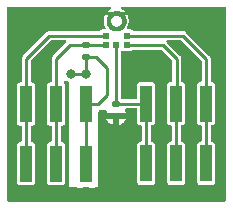
<source format=gtl>
G04 #@! TF.GenerationSoftware,KiCad,Pcbnew,7.0.4*
G04 #@! TF.CreationDate,2023-08-12T11:29:38+02:00*
G04 #@! TF.ProjectId,NB3_ear,4e42335f-6561-4722-9e6b-696361645f70,0.0.1*
G04 #@! TF.SameCoordinates,PX868b5c0PY6ee3738*
G04 #@! TF.FileFunction,Copper,L1,Top*
G04 #@! TF.FilePolarity,Positive*
%FSLAX46Y46*%
G04 Gerber Fmt 4.6, Leading zero omitted, Abs format (unit mm)*
G04 Created by KiCad (PCBNEW 7.0.4) date 2023-08-12 11:29:38*
%MOMM*%
%LPD*%
G01*
G04 APERTURE LIST*
G04 Aperture macros list*
%AMRoundRect*
0 Rectangle with rounded corners*
0 $1 Rounding radius*
0 $2 $3 $4 $5 $6 $7 $8 $9 X,Y pos of 4 corners*
0 Add a 4 corners polygon primitive as box body*
4,1,4,$2,$3,$4,$5,$6,$7,$8,$9,$2,$3,0*
0 Add four circle primitives for the rounded corners*
1,1,$1+$1,$2,$3*
1,1,$1+$1,$4,$5*
1,1,$1+$1,$6,$7*
1,1,$1+$1,$8,$9*
0 Add four rect primitives between the rounded corners*
20,1,$1+$1,$2,$3,$4,$5,0*
20,1,$1+$1,$4,$5,$6,$7,0*
20,1,$1+$1,$6,$7,$8,$9,0*
20,1,$1+$1,$8,$9,$2,$3,0*%
G04 Aperture macros list end*
G04 #@! TA.AperFunction,EtchedComponent*
%ADD10C,0.001000*%
G04 #@! TD*
G04 #@! TA.AperFunction,SMDPad,CuDef*
%ADD11R,0.600000X0.522000*%
G04 #@! TD*
G04 #@! TA.AperFunction,SMDPad,CuDef*
%ADD12RoundRect,0.140000X-0.170000X0.140000X-0.170000X-0.140000X0.170000X-0.140000X0.170000X0.140000X0*%
G04 #@! TD*
G04 #@! TA.AperFunction,SMDPad,CuDef*
%ADD13RoundRect,0.135000X0.185000X-0.135000X0.185000X0.135000X-0.185000X0.135000X-0.185000X-0.135000X0*%
G04 #@! TD*
G04 #@! TA.AperFunction,SMDPad,CuDef*
%ADD14R,1.000000X3.150000*%
G04 #@! TD*
G04 #@! TA.AperFunction,ViaPad*
%ADD15C,0.800000*%
G04 #@! TD*
G04 #@! TA.AperFunction,Conductor*
%ADD16C,0.250000*%
G04 #@! TD*
G04 APERTURE END LIST*
D10*
X10051869Y16889904D02*
X10093623Y16886618D01*
X10135148Y16881151D01*
X10176329Y16873518D01*
X10217055Y16863741D01*
X10257214Y16851845D01*
X10296694Y16837864D01*
X10335389Y16821836D01*
X10373192Y16803805D01*
X10410000Y16783820D01*
X10445711Y16761936D01*
X10480228Y16738214D01*
X10513456Y16712717D01*
X10545304Y16685516D01*
X10575685Y16656685D01*
X10604516Y16626304D01*
X10631717Y16594456D01*
X10657214Y16561228D01*
X10680936Y16526711D01*
X10702820Y16491000D01*
X10722805Y16454192D01*
X10740836Y16416389D01*
X10756864Y16377694D01*
X10770845Y16338214D01*
X10782741Y16298055D01*
X10792518Y16257329D01*
X10800151Y16216148D01*
X10805618Y16174623D01*
X10808904Y16132869D01*
X10810000Y16091000D01*
X10810000Y16061000D01*
X10808904Y16019131D01*
X10805618Y15977377D01*
X10800151Y15935852D01*
X10792518Y15894671D01*
X10782741Y15853945D01*
X10770845Y15813786D01*
X10756864Y15774306D01*
X10740836Y15735611D01*
X10722805Y15697808D01*
X10702820Y15661000D01*
X10680936Y15625289D01*
X10657214Y15590772D01*
X10631717Y15557544D01*
X10604516Y15525696D01*
X10575685Y15495315D01*
X10545304Y15466484D01*
X10513456Y15439283D01*
X10480228Y15413786D01*
X10445711Y15390064D01*
X10410000Y15368180D01*
X10373192Y15348195D01*
X10335389Y15330164D01*
X10296694Y15314136D01*
X10257214Y15300155D01*
X10217055Y15288259D01*
X10176329Y15278482D01*
X10135148Y15270849D01*
X10093623Y15265382D01*
X10051869Y15262096D01*
X10010000Y15261000D01*
X10010000Y15561000D01*
X10036168Y15561685D01*
X10062264Y15563739D01*
X10088217Y15567156D01*
X10113956Y15571926D01*
X10139410Y15578037D01*
X10164508Y15585472D01*
X10189184Y15594210D01*
X10213368Y15604227D01*
X10236995Y15615497D01*
X10260000Y15627987D01*
X10282320Y15641665D01*
X10303893Y15656492D01*
X10324660Y15672427D01*
X10344565Y15689428D01*
X10363553Y15707447D01*
X10381572Y15726435D01*
X10398573Y15746340D01*
X10414508Y15767107D01*
X10429335Y15788680D01*
X10443013Y15811000D01*
X10455503Y15834005D01*
X10466773Y15857632D01*
X10476790Y15881816D01*
X10485528Y15906492D01*
X10492963Y15931590D01*
X10499074Y15957044D01*
X10503844Y15982783D01*
X10507261Y16008736D01*
X10509315Y16034832D01*
X10510000Y16061000D01*
X10510000Y16081000D01*
X10509301Y16107691D01*
X10507206Y16134310D01*
X10503721Y16160782D01*
X10498855Y16187035D01*
X10492622Y16212998D01*
X10485039Y16238599D01*
X10476126Y16263768D01*
X10465908Y16288436D01*
X10454413Y16312535D01*
X10441673Y16336000D01*
X10427722Y16358766D01*
X10412599Y16380770D01*
X10396344Y16401953D01*
X10379004Y16422257D01*
X10360624Y16441624D01*
X10341257Y16460004D01*
X10320953Y16477344D01*
X10299770Y16493599D01*
X10277766Y16508722D01*
X10255000Y16522673D01*
X10231535Y16535413D01*
X10207436Y16546908D01*
X10182768Y16557126D01*
X10157599Y16566039D01*
X10131998Y16573622D01*
X10106035Y16579855D01*
X10079782Y16584721D01*
X10053310Y16588206D01*
X10026691Y16590301D01*
X10000000Y16591000D01*
X9990000Y16591000D01*
X9963832Y16590315D01*
X9937736Y16588261D01*
X9911783Y16584844D01*
X9886044Y16580074D01*
X9860590Y16573963D01*
X9835492Y16566528D01*
X9810816Y16557790D01*
X9786632Y16547773D01*
X9763005Y16536503D01*
X9740000Y16524013D01*
X9717680Y16510335D01*
X9696107Y16495508D01*
X9675340Y16479573D01*
X9655435Y16462572D01*
X9636447Y16444553D01*
X9618428Y16425565D01*
X9601427Y16405660D01*
X9585492Y16384893D01*
X9570665Y16363320D01*
X9556987Y16341000D01*
X9544497Y16317995D01*
X9533227Y16294368D01*
X9523210Y16270184D01*
X9514472Y16245508D01*
X9507037Y16220410D01*
X9500926Y16194956D01*
X9496156Y16169217D01*
X9492739Y16143264D01*
X9490685Y16117168D01*
X9490000Y16091000D01*
X9490000Y16061000D01*
X9490685Y16034832D01*
X9492739Y16008736D01*
X9496156Y15982783D01*
X9500926Y15957044D01*
X9507037Y15931590D01*
X9514472Y15906492D01*
X9523210Y15881816D01*
X9533227Y15857632D01*
X9544497Y15834005D01*
X9556987Y15811000D01*
X9570665Y15788680D01*
X9585492Y15767107D01*
X9601427Y15746340D01*
X9618428Y15726435D01*
X9636447Y15707447D01*
X9655435Y15689428D01*
X9675340Y15672427D01*
X9696107Y15656492D01*
X9717680Y15641665D01*
X9740000Y15627987D01*
X9763005Y15615497D01*
X9786632Y15604227D01*
X9810816Y15594210D01*
X9835492Y15585472D01*
X9860590Y15578037D01*
X9886044Y15571926D01*
X9911783Y15567156D01*
X9937736Y15563739D01*
X9963832Y15561685D01*
X9990000Y15561000D01*
X9990000Y15261000D01*
X9980000Y15261000D01*
X9938655Y15262083D01*
X9897423Y15265328D01*
X9856417Y15270726D01*
X9815750Y15278263D01*
X9775533Y15287919D01*
X9735877Y15299665D01*
X9696889Y15313471D01*
X9658678Y15329299D01*
X9621348Y15347105D01*
X9585000Y15366840D01*
X9549735Y15388450D01*
X9515650Y15411877D01*
X9482837Y15437055D01*
X9451387Y15463916D01*
X9421386Y15492386D01*
X9392916Y15522387D01*
X9366055Y15553837D01*
X9340877Y15586650D01*
X9317450Y15620735D01*
X9295840Y15656000D01*
X9276105Y15692348D01*
X9258299Y15729678D01*
X9242471Y15767889D01*
X9228665Y15806877D01*
X9216919Y15846533D01*
X9207263Y15886750D01*
X9199726Y15927417D01*
X9194328Y15968423D01*
X9191083Y16009655D01*
X9190000Y16051000D01*
X9190000Y16081000D01*
X9191110Y16123392D01*
X9194437Y16165668D01*
X9199972Y16207712D01*
X9207700Y16249408D01*
X9217600Y16290643D01*
X9229644Y16331304D01*
X9243800Y16371278D01*
X9260028Y16410457D01*
X9278285Y16448732D01*
X9298519Y16486000D01*
X9320677Y16522158D01*
X9344696Y16557106D01*
X9370512Y16590750D01*
X9398053Y16622996D01*
X9427244Y16653756D01*
X9458004Y16682947D01*
X9490250Y16710488D01*
X9523894Y16736304D01*
X9558842Y16760323D01*
X9595000Y16782481D01*
X9632268Y16802715D01*
X9670543Y16820972D01*
X9709722Y16837200D01*
X9749696Y16851356D01*
X9790357Y16863400D01*
X9831592Y16873300D01*
X9873288Y16881028D01*
X9915332Y16886563D01*
X9957608Y16889890D01*
X10000000Y16891000D01*
X10010000Y16891000D01*
X10051869Y16889904D01*
G04 #@! TA.AperFunction,EtchedComponent*
G36*
X10051869Y16889904D02*
G01*
X10093623Y16886618D01*
X10135148Y16881151D01*
X10176329Y16873518D01*
X10217055Y16863741D01*
X10257214Y16851845D01*
X10296694Y16837864D01*
X10335389Y16821836D01*
X10373192Y16803805D01*
X10410000Y16783820D01*
X10445711Y16761936D01*
X10480228Y16738214D01*
X10513456Y16712717D01*
X10545304Y16685516D01*
X10575685Y16656685D01*
X10604516Y16626304D01*
X10631717Y16594456D01*
X10657214Y16561228D01*
X10680936Y16526711D01*
X10702820Y16491000D01*
X10722805Y16454192D01*
X10740836Y16416389D01*
X10756864Y16377694D01*
X10770845Y16338214D01*
X10782741Y16298055D01*
X10792518Y16257329D01*
X10800151Y16216148D01*
X10805618Y16174623D01*
X10808904Y16132869D01*
X10810000Y16091000D01*
X10810000Y16061000D01*
X10808904Y16019131D01*
X10805618Y15977377D01*
X10800151Y15935852D01*
X10792518Y15894671D01*
X10782741Y15853945D01*
X10770845Y15813786D01*
X10756864Y15774306D01*
X10740836Y15735611D01*
X10722805Y15697808D01*
X10702820Y15661000D01*
X10680936Y15625289D01*
X10657214Y15590772D01*
X10631717Y15557544D01*
X10604516Y15525696D01*
X10575685Y15495315D01*
X10545304Y15466484D01*
X10513456Y15439283D01*
X10480228Y15413786D01*
X10445711Y15390064D01*
X10410000Y15368180D01*
X10373192Y15348195D01*
X10335389Y15330164D01*
X10296694Y15314136D01*
X10257214Y15300155D01*
X10217055Y15288259D01*
X10176329Y15278482D01*
X10135148Y15270849D01*
X10093623Y15265382D01*
X10051869Y15262096D01*
X10010000Y15261000D01*
X10010000Y15561000D01*
X10036168Y15561685D01*
X10062264Y15563739D01*
X10088217Y15567156D01*
X10113956Y15571926D01*
X10139410Y15578037D01*
X10164508Y15585472D01*
X10189184Y15594210D01*
X10213368Y15604227D01*
X10236995Y15615497D01*
X10260000Y15627987D01*
X10282320Y15641665D01*
X10303893Y15656492D01*
X10324660Y15672427D01*
X10344565Y15689428D01*
X10363553Y15707447D01*
X10381572Y15726435D01*
X10398573Y15746340D01*
X10414508Y15767107D01*
X10429335Y15788680D01*
X10443013Y15811000D01*
X10455503Y15834005D01*
X10466773Y15857632D01*
X10476790Y15881816D01*
X10485528Y15906492D01*
X10492963Y15931590D01*
X10499074Y15957044D01*
X10503844Y15982783D01*
X10507261Y16008736D01*
X10509315Y16034832D01*
X10510000Y16061000D01*
X10510000Y16081000D01*
X10509301Y16107691D01*
X10507206Y16134310D01*
X10503721Y16160782D01*
X10498855Y16187035D01*
X10492622Y16212998D01*
X10485039Y16238599D01*
X10476126Y16263768D01*
X10465908Y16288436D01*
X10454413Y16312535D01*
X10441673Y16336000D01*
X10427722Y16358766D01*
X10412599Y16380770D01*
X10396344Y16401953D01*
X10379004Y16422257D01*
X10360624Y16441624D01*
X10341257Y16460004D01*
X10320953Y16477344D01*
X10299770Y16493599D01*
X10277766Y16508722D01*
X10255000Y16522673D01*
X10231535Y16535413D01*
X10207436Y16546908D01*
X10182768Y16557126D01*
X10157599Y16566039D01*
X10131998Y16573622D01*
X10106035Y16579855D01*
X10079782Y16584721D01*
X10053310Y16588206D01*
X10026691Y16590301D01*
X10000000Y16591000D01*
X9990000Y16591000D01*
X9963832Y16590315D01*
X9937736Y16588261D01*
X9911783Y16584844D01*
X9886044Y16580074D01*
X9860590Y16573963D01*
X9835492Y16566528D01*
X9810816Y16557790D01*
X9786632Y16547773D01*
X9763005Y16536503D01*
X9740000Y16524013D01*
X9717680Y16510335D01*
X9696107Y16495508D01*
X9675340Y16479573D01*
X9655435Y16462572D01*
X9636447Y16444553D01*
X9618428Y16425565D01*
X9601427Y16405660D01*
X9585492Y16384893D01*
X9570665Y16363320D01*
X9556987Y16341000D01*
X9544497Y16317995D01*
X9533227Y16294368D01*
X9523210Y16270184D01*
X9514472Y16245508D01*
X9507037Y16220410D01*
X9500926Y16194956D01*
X9496156Y16169217D01*
X9492739Y16143264D01*
X9490685Y16117168D01*
X9490000Y16091000D01*
X9490000Y16061000D01*
X9490685Y16034832D01*
X9492739Y16008736D01*
X9496156Y15982783D01*
X9500926Y15957044D01*
X9507037Y15931590D01*
X9514472Y15906492D01*
X9523210Y15881816D01*
X9533227Y15857632D01*
X9544497Y15834005D01*
X9556987Y15811000D01*
X9570665Y15788680D01*
X9585492Y15767107D01*
X9601427Y15746340D01*
X9618428Y15726435D01*
X9636447Y15707447D01*
X9655435Y15689428D01*
X9675340Y15672427D01*
X9696107Y15656492D01*
X9717680Y15641665D01*
X9740000Y15627987D01*
X9763005Y15615497D01*
X9786632Y15604227D01*
X9810816Y15594210D01*
X9835492Y15585472D01*
X9860590Y15578037D01*
X9886044Y15571926D01*
X9911783Y15567156D01*
X9937736Y15563739D01*
X9963832Y15561685D01*
X9990000Y15561000D01*
X9990000Y15261000D01*
X9980000Y15261000D01*
X9938655Y15262083D01*
X9897423Y15265328D01*
X9856417Y15270726D01*
X9815750Y15278263D01*
X9775533Y15287919D01*
X9735877Y15299665D01*
X9696889Y15313471D01*
X9658678Y15329299D01*
X9621348Y15347105D01*
X9585000Y15366840D01*
X9549735Y15388450D01*
X9515650Y15411877D01*
X9482837Y15437055D01*
X9451387Y15463916D01*
X9421386Y15492386D01*
X9392916Y15522387D01*
X9366055Y15553837D01*
X9340877Y15586650D01*
X9317450Y15620735D01*
X9295840Y15656000D01*
X9276105Y15692348D01*
X9258299Y15729678D01*
X9242471Y15767889D01*
X9228665Y15806877D01*
X9216919Y15846533D01*
X9207263Y15886750D01*
X9199726Y15927417D01*
X9194328Y15968423D01*
X9191083Y16009655D01*
X9190000Y16051000D01*
X9190000Y16081000D01*
X9191110Y16123392D01*
X9194437Y16165668D01*
X9199972Y16207712D01*
X9207700Y16249408D01*
X9217600Y16290643D01*
X9229644Y16331304D01*
X9243800Y16371278D01*
X9260028Y16410457D01*
X9278285Y16448732D01*
X9298519Y16486000D01*
X9320677Y16522158D01*
X9344696Y16557106D01*
X9370512Y16590750D01*
X9398053Y16622996D01*
X9427244Y16653756D01*
X9458004Y16682947D01*
X9490250Y16710488D01*
X9523894Y16736304D01*
X9558842Y16760323D01*
X9595000Y16782481D01*
X9632268Y16802715D01*
X9670543Y16820972D01*
X9709722Y16837200D01*
X9749696Y16851356D01*
X9790357Y16863400D01*
X9831592Y16873300D01*
X9873288Y16881028D01*
X9915332Y16886563D01*
X9957608Y16889890D01*
X10000000Y16891000D01*
X10010000Y16891000D01*
X10051869Y16889904D01*
G37*
G04 #@! TD.AperFunction*
D11*
X10900000Y14000000D03*
X10900000Y14822000D03*
X9100000Y14822000D03*
X9100000Y14000000D03*
X10000000Y14000000D03*
D12*
X7460000Y14000000D03*
X7460000Y13040000D03*
D13*
X10000000Y8020000D03*
X10000000Y9040000D03*
D14*
X12540000Y4000000D03*
X12540000Y9050000D03*
X15080000Y4000000D03*
X15080000Y9050000D03*
X17620000Y4000000D03*
X17620000Y9050000D03*
X2380000Y3975000D03*
X2380000Y9025000D03*
X4920000Y3975000D03*
X4920000Y9025000D03*
X7460000Y3975000D03*
X7460000Y9025000D03*
D15*
X16000000Y16500000D03*
X2000000Y1500000D03*
X10000000Y4500000D03*
X16000000Y1500000D03*
X7460000Y11580000D03*
X12540000Y11580000D03*
X10000000Y6500000D03*
X18000000Y16500000D03*
X2000000Y16500000D03*
X18000000Y1500000D03*
X4000000Y1500000D03*
X4000000Y16500000D03*
X3650000Y11580000D03*
X6190000Y11580000D03*
X7500000Y16750000D03*
X12494000Y16744000D03*
D16*
X4920000Y12850000D02*
X4920000Y9025000D01*
X7460000Y14000000D02*
X6070000Y14000000D01*
X7460000Y14000000D02*
X9100000Y14000000D01*
X6070000Y14000000D02*
X4920000Y12850000D01*
X4920000Y3975000D02*
X4920000Y9025000D01*
X9238000Y9802000D02*
X9238000Y12088000D01*
X7460000Y9025000D02*
X8237000Y9025000D01*
X8286000Y13040000D02*
X7460000Y13040000D01*
X8461000Y9025000D02*
X9238000Y9802000D01*
X10015500Y16744000D02*
X7506000Y16744000D01*
X10015500Y16744000D02*
X12494000Y16744000D01*
X7460000Y3975000D02*
X7460000Y9025000D01*
X7460000Y13040000D02*
X7460000Y11580000D01*
X12494000Y16744000D02*
X12500000Y16750000D01*
X7506000Y16744000D02*
X7500000Y16750000D01*
X9238000Y12088000D02*
X8286000Y13040000D01*
X7460000Y11580000D02*
X6190000Y11580000D01*
X7460000Y9025000D02*
X8461000Y9025000D01*
X4352000Y14822000D02*
X2380000Y12850000D01*
X2380000Y12850000D02*
X2380000Y9025000D01*
X9100000Y14822000D02*
X4352000Y14822000D01*
X2380000Y3975000D02*
X2380000Y9025000D01*
X12540000Y4000000D02*
X12540000Y9050000D01*
X10000000Y9040000D02*
X12530000Y9040000D01*
X12530000Y9040000D02*
X12540000Y9050000D01*
X10000000Y14000000D02*
X10000000Y9040000D01*
X15147000Y12850000D02*
X15147000Y9025000D01*
X15080000Y4000000D02*
X15080000Y9050000D01*
X13997000Y14000000D02*
X15147000Y12850000D01*
X10900000Y14000000D02*
X13997000Y14000000D01*
X17620000Y4000000D02*
X17620000Y9050000D01*
X15648000Y14822000D02*
X10900000Y14822000D01*
X17620000Y9050000D02*
X17620000Y12850000D01*
X17620000Y12850000D02*
X15648000Y14822000D01*
G04 #@! TA.AperFunction,Conductor*
G36*
X9542549Y17251998D02*
G01*
X9589042Y17198342D01*
X9599146Y17128068D01*
X9569652Y17063488D01*
X9534542Y17035265D01*
X9519728Y17027223D01*
X9516796Y17025729D01*
X9501884Y17018616D01*
X9496088Y17015116D01*
X9491028Y17012368D01*
X9484928Y17009409D01*
X9470873Y17000798D01*
X9468026Y16999154D01*
X9453513Y16991273D01*
X9447886Y16987460D01*
X9442979Y16984453D01*
X9437050Y16981183D01*
X9423445Y16971833D01*
X9420685Y16970041D01*
X9406615Y16961418D01*
X9401203Y16957322D01*
X9396458Y16954062D01*
X9390707Y16950485D01*
X9377598Y16940427D01*
X9374960Y16938511D01*
X9361355Y16929159D01*
X9361353Y16929158D01*
X9361344Y16929151D01*
X9356177Y16924796D01*
X9351605Y16921287D01*
X9346030Y16917401D01*
X9333489Y16906690D01*
X9330931Y16904618D01*
X9317832Y16894567D01*
X9312883Y16889932D01*
X9308506Y16886194D01*
X9303153Y16882029D01*
X9291181Y16870668D01*
X9288732Y16868463D01*
X9276195Y16857756D01*
X9271496Y16852868D01*
X9267316Y16848902D01*
X9262196Y16844471D01*
X9250833Y16832497D01*
X9248506Y16830170D01*
X9236531Y16818806D01*
X9232105Y16813691D01*
X9228134Y16809506D01*
X9223244Y16804805D01*
X9212535Y16792266D01*
X9210335Y16789823D01*
X9198965Y16777839D01*
X9194806Y16772493D01*
X9191067Y16768114D01*
X9186431Y16763164D01*
X9176384Y16750072D01*
X9174312Y16747513D01*
X9163599Y16734970D01*
X9159721Y16729406D01*
X9156212Y16724832D01*
X9151841Y16719646D01*
X9142502Y16706059D01*
X9140569Y16703398D01*
X9130515Y16690295D01*
X9126934Y16684535D01*
X9123669Y16679784D01*
X9119581Y16674383D01*
X9110957Y16660313D01*
X9109167Y16657557D01*
X9099820Y16643955D01*
X9096553Y16638031D01*
X9093541Y16633114D01*
X9089726Y16627486D01*
X9081848Y16612977D01*
X9080203Y16610128D01*
X9071587Y16596067D01*
X9068624Y16589958D01*
X9065876Y16584896D01*
X9062381Y16579108D01*
X9055271Y16564203D01*
X9053776Y16561270D01*
X9045904Y16546771D01*
X9043280Y16540550D01*
X9040799Y16535348D01*
X9037594Y16529351D01*
X9031276Y16514100D01*
X9029938Y16511095D01*
X9022840Y16496213D01*
X9020532Y16489826D01*
X9018324Y16484497D01*
X9015449Y16478367D01*
X9009942Y16462818D01*
X9008763Y16459747D01*
X9002445Y16444491D01*
X9000479Y16438011D01*
X8998554Y16432574D01*
X8996000Y16426293D01*
X8991315Y16410480D01*
X8990298Y16407350D01*
X8984789Y16391793D01*
X8983160Y16385198D01*
X8981523Y16379671D01*
X8979305Y16373275D01*
X8975453Y16357232D01*
X8974601Y16354051D01*
X8969913Y16338223D01*
X8968633Y16331564D01*
X8967288Y16325961D01*
X8965408Y16319460D01*
X8962399Y16303230D01*
X8961715Y16300010D01*
X8957862Y16283961D01*
X8956933Y16277244D01*
X8955883Y16271579D01*
X8954345Y16264982D01*
X8952192Y16248628D01*
X8951677Y16245374D01*
X8948669Y16229148D01*
X8948091Y16222373D01*
X8947338Y16216655D01*
X8946150Y16210005D01*
X8944855Y16193554D01*
X8944511Y16190280D01*
X8942357Y16173917D01*
X8942136Y16167155D01*
X8941684Y16161409D01*
X8940843Y16154676D01*
X8940411Y16138187D01*
X8940238Y16134898D01*
X8938944Y16118445D01*
X8939088Y16111096D01*
X8939000Y16108835D01*
X8939000Y16085126D01*
X8938978Y16083469D01*
X8938733Y16074150D01*
X8938594Y16071308D01*
X8938438Y16069141D01*
X8938478Y16067640D01*
X8938478Y16064357D01*
X8938438Y16062858D01*
X8938592Y16060737D01*
X8938734Y16057855D01*
X8938978Y16048541D01*
X8939000Y16046887D01*
X8939000Y16018862D01*
X8938916Y16014605D01*
X8940210Y15998161D01*
X8940382Y15994877D01*
X8940815Y15978375D01*
X8941592Y15972157D01*
X8942044Y15966413D01*
X8942248Y15960172D01*
X8944401Y15943824D01*
X8944745Y15940546D01*
X8946040Y15924091D01*
X8947136Y15917954D01*
X8947890Y15912233D01*
X8948423Y15905986D01*
X8951430Y15889753D01*
X8951945Y15886501D01*
X8954097Y15870156D01*
X8955518Y15864063D01*
X8956569Y15858392D01*
X8957427Y15852185D01*
X8961277Y15836152D01*
X8961963Y15832926D01*
X8964970Y15816701D01*
X8966712Y15810678D01*
X8968060Y15805063D01*
X8969234Y15798949D01*
X8973916Y15783139D01*
X8974768Y15779961D01*
X8978624Y15763902D01*
X8980669Y15758006D01*
X8982309Y15752471D01*
X8983809Y15746398D01*
X8989315Y15730846D01*
X8990331Y15727718D01*
X8995019Y15711893D01*
X8997371Y15706110D01*
X8999297Y15700671D01*
X9001118Y15694669D01*
X9007432Y15679427D01*
X9008607Y15676367D01*
X9011430Y15668394D01*
X9014116Y15660809D01*
X9016774Y15655141D01*
X9018980Y15649814D01*
X9021108Y15643930D01*
X9028216Y15629027D01*
X9029555Y15626019D01*
X9033406Y15616722D01*
X9035867Y15610783D01*
X9038809Y15605279D01*
X9041291Y15600075D01*
X9043722Y15594314D01*
X9051601Y15579801D01*
X9053095Y15576868D01*
X9060200Y15561974D01*
X9063430Y15556624D01*
X9066185Y15551550D01*
X9068909Y15545932D01*
X9077537Y15531854D01*
X9079185Y15528998D01*
X9084276Y15519622D01*
X9099202Y15450212D01*
X9074233Y15383751D01*
X9017296Y15341340D01*
X8973545Y15333500D01*
X8775322Y15333500D01*
X8702260Y15318967D01*
X8619398Y15263601D01*
X8612648Y15253498D01*
X8558171Y15207970D01*
X8507883Y15197500D01*
X4404011Y15197500D01*
X4378152Y15200182D01*
X4367729Y15202368D01*
X4343636Y15199364D01*
X4332563Y15197984D01*
X4324774Y15197500D01*
X4320877Y15197500D01*
X4299132Y15193872D01*
X4296559Y15193497D01*
X4243378Y15186867D01*
X4243375Y15186867D01*
X4243374Y15186866D01*
X4243373Y15186866D01*
X4235829Y15184620D01*
X4228390Y15182066D01*
X4181270Y15156567D01*
X4178959Y15155378D01*
X4130790Y15131828D01*
X4124388Y15127257D01*
X4118174Y15122420D01*
X4081860Y15082974D01*
X4080058Y15081096D01*
X2151255Y13152295D01*
X2131080Y13135910D01*
X2122166Y13130086D01*
X2122165Y13130085D01*
X2100403Y13102128D01*
X2095244Y13096284D01*
X2092480Y13093519D01*
X2092478Y13093518D01*
X2079661Y13075566D01*
X2078106Y13073481D01*
X2045191Y13031190D01*
X2041448Y13024274D01*
X2037988Y13017196D01*
X2022704Y12965859D01*
X2021911Y12963381D01*
X2004499Y12912661D01*
X2003209Y12904927D01*
X2002231Y12897085D01*
X2004446Y12843556D01*
X2004500Y12840952D01*
X2004500Y10976500D01*
X1984498Y10908379D01*
X1930842Y10861886D01*
X1878500Y10850500D01*
X1855322Y10850500D01*
X1782260Y10835967D01*
X1699399Y10780601D01*
X1644033Y10697740D01*
X1629500Y10624678D01*
X1629500Y7425323D01*
X1644033Y7352261D01*
X1644034Y7352260D01*
X1699399Y7269399D01*
X1782260Y7214034D01*
X1855326Y7199500D01*
X1878500Y7199500D01*
X1946621Y7179498D01*
X1993114Y7125842D01*
X2004500Y7073500D01*
X2004500Y5926500D01*
X1984498Y5858379D01*
X1930842Y5811886D01*
X1878500Y5800500D01*
X1855322Y5800500D01*
X1782260Y5785967D01*
X1699399Y5730601D01*
X1644033Y5647740D01*
X1629500Y5574678D01*
X1629500Y2375323D01*
X1644033Y2302261D01*
X1644034Y2302260D01*
X1699399Y2219399D01*
X1782260Y2164034D01*
X1855326Y2149500D01*
X2904674Y2149500D01*
X2977740Y2164034D01*
X3060601Y2219399D01*
X3115966Y2302260D01*
X3130500Y2375326D01*
X3130500Y5574674D01*
X3115966Y5647740D01*
X3060601Y5730601D01*
X2977740Y5785966D01*
X2977739Y5785967D01*
X2904677Y5800500D01*
X2904674Y5800500D01*
X2881500Y5800500D01*
X2813379Y5820502D01*
X2766886Y5874158D01*
X2755500Y5926500D01*
X2755500Y7073500D01*
X2775502Y7141621D01*
X2829158Y7188114D01*
X2881500Y7199500D01*
X2904674Y7199500D01*
X2977740Y7214034D01*
X3060601Y7269399D01*
X3115966Y7352260D01*
X3130500Y7425326D01*
X3130500Y10624674D01*
X3115966Y10697740D01*
X3060601Y10780601D01*
X2977740Y10835966D01*
X2977739Y10835967D01*
X2904677Y10850500D01*
X2904674Y10850500D01*
X2881500Y10850500D01*
X2813379Y10870502D01*
X2766886Y10924158D01*
X2755500Y10976500D01*
X2755500Y12642274D01*
X2775502Y12710395D01*
X2792405Y12731369D01*
X4470632Y14409595D01*
X4532944Y14443621D01*
X4559727Y14446500D01*
X5681272Y14446500D01*
X5749393Y14426498D01*
X5795886Y14372842D01*
X5805990Y14302568D01*
X5776496Y14237988D01*
X5770380Y14231419D01*
X4913678Y13374717D01*
X4691255Y13152294D01*
X4671080Y13135910D01*
X4662166Y13130086D01*
X4662165Y13130085D01*
X4640403Y13102128D01*
X4635244Y13096284D01*
X4632480Y13093519D01*
X4632478Y13093518D01*
X4619661Y13075566D01*
X4618106Y13073481D01*
X4585191Y13031190D01*
X4581448Y13024274D01*
X4577988Y13017196D01*
X4562704Y12965859D01*
X4561911Y12963381D01*
X4544499Y12912661D01*
X4543209Y12904927D01*
X4542231Y12897085D01*
X4544446Y12843556D01*
X4544500Y12840952D01*
X4544500Y10976500D01*
X4524498Y10908379D01*
X4470842Y10861886D01*
X4418500Y10850500D01*
X4395322Y10850500D01*
X4322260Y10835967D01*
X4239399Y10780601D01*
X4184033Y10697740D01*
X4169500Y10624678D01*
X4169500Y7425323D01*
X4184033Y7352261D01*
X4184034Y7352260D01*
X4239399Y7269399D01*
X4322260Y7214034D01*
X4395326Y7199500D01*
X4418500Y7199500D01*
X4486621Y7179498D01*
X4533114Y7125842D01*
X4544500Y7073500D01*
X4544500Y5926500D01*
X4524498Y5858379D01*
X4470842Y5811886D01*
X4418500Y5800500D01*
X4395322Y5800500D01*
X4322260Y5785967D01*
X4239399Y5730601D01*
X4184033Y5647740D01*
X4169500Y5574678D01*
X4169500Y2375323D01*
X4184033Y2302261D01*
X4184034Y2302260D01*
X4239399Y2219399D01*
X4322260Y2164034D01*
X4395326Y2149500D01*
X5444674Y2149500D01*
X5517740Y2164034D01*
X5600601Y2219399D01*
X5655966Y2302260D01*
X5670500Y2375326D01*
X5670500Y5574674D01*
X5655966Y5647740D01*
X5600601Y5730601D01*
X5517740Y5785966D01*
X5517739Y5785967D01*
X5444677Y5800500D01*
X5444674Y5800500D01*
X5421500Y5800500D01*
X5353379Y5820502D01*
X5306886Y5874158D01*
X5295500Y5926500D01*
X5295500Y7073500D01*
X5315502Y7141621D01*
X5369158Y7188114D01*
X5421500Y7199500D01*
X5444674Y7199500D01*
X5517740Y7214034D01*
X5600601Y7269399D01*
X5655966Y7352260D01*
X5670500Y7425326D01*
X5670500Y10624674D01*
X5655966Y10697740D01*
X5600601Y10780601D01*
X5600600Y10780602D01*
X5600598Y10780605D01*
X5596298Y10784905D01*
X5562272Y10847217D01*
X5567337Y10918032D01*
X5609884Y10974868D01*
X5676404Y10999679D01*
X5685393Y11000000D01*
X5874000Y11000000D01*
X5942121Y10979998D01*
X5988614Y10926342D01*
X6000000Y10874000D01*
X6000000Y2000000D01*
X6604713Y2000000D01*
X6672834Y1979998D01*
X6680223Y1974868D01*
X6714036Y1949555D01*
X6850906Y1898506D01*
X6911402Y1892001D01*
X6911415Y1892000D01*
X7206000Y1892000D01*
X7206000Y2000000D01*
X7714000Y2000000D01*
X7714000Y1892000D01*
X8008585Y1892000D01*
X8008597Y1892001D01*
X8069093Y1898506D01*
X8205963Y1949555D01*
X8239777Y1974868D01*
X8306298Y1999679D01*
X8315287Y2000000D01*
X8500000Y2000000D01*
X8500000Y7766000D01*
X9179985Y7766000D01*
X9220194Y7627601D01*
X9302889Y7487772D01*
X9302894Y7487765D01*
X9417764Y7372895D01*
X9417771Y7372890D01*
X9557600Y7290195D01*
X9713614Y7244868D01*
X9745999Y7242321D01*
X9746000Y7242321D01*
X9746000Y7766000D01*
X10254000Y7766000D01*
X10254000Y7242321D01*
X10286385Y7244868D01*
X10442399Y7290195D01*
X10582228Y7372890D01*
X10582235Y7372895D01*
X10697105Y7487765D01*
X10697110Y7487772D01*
X10779805Y7627601D01*
X10820015Y7766000D01*
X10254000Y7766000D01*
X9746000Y7766000D01*
X9179985Y7766000D01*
X8500000Y7766000D01*
X8500000Y8374000D01*
X8520002Y8442121D01*
X8573658Y8488614D01*
X8626000Y8500000D01*
X9077828Y8500000D01*
X9145949Y8479998D01*
X9192442Y8426342D01*
X9202546Y8356068D01*
X9198825Y8338847D01*
X9179985Y8274000D01*
X10820015Y8274000D01*
X10779806Y8412397D01*
X10743161Y8474361D01*
X10725702Y8543177D01*
X10748219Y8610508D01*
X10803563Y8654978D01*
X10851615Y8664500D01*
X11663500Y8664500D01*
X11731621Y8644498D01*
X11778114Y8590842D01*
X11789500Y8538500D01*
X11789500Y7450323D01*
X11804033Y7377261D01*
X11820738Y7352260D01*
X11859399Y7294399D01*
X11942260Y7239034D01*
X12015326Y7224500D01*
X12038500Y7224500D01*
X12106621Y7204498D01*
X12153114Y7150842D01*
X12164500Y7098500D01*
X12164500Y5951500D01*
X12144498Y5883379D01*
X12090842Y5836886D01*
X12038500Y5825500D01*
X12015322Y5825500D01*
X11942260Y5810967D01*
X11859399Y5755601D01*
X11804033Y5672740D01*
X11789500Y5599678D01*
X11789500Y2400323D01*
X11804033Y2327261D01*
X11820738Y2302260D01*
X11859399Y2244399D01*
X11942260Y2189034D01*
X12015326Y2174500D01*
X13064674Y2174500D01*
X13137740Y2189034D01*
X13220601Y2244399D01*
X13275966Y2327260D01*
X13290500Y2400326D01*
X13290500Y5599674D01*
X13275966Y5672740D01*
X13220601Y5755601D01*
X13137740Y5810966D01*
X13137739Y5810967D01*
X13064677Y5825500D01*
X13064674Y5825500D01*
X13041500Y5825500D01*
X12973379Y5845502D01*
X12926886Y5899158D01*
X12915500Y5951500D01*
X12915500Y7098500D01*
X12935502Y7166621D01*
X12989158Y7213114D01*
X13041500Y7224500D01*
X13064674Y7224500D01*
X13137740Y7239034D01*
X13220601Y7294399D01*
X13275966Y7377260D01*
X13290500Y7450326D01*
X13290500Y10649674D01*
X13275966Y10722740D01*
X13220601Y10805601D01*
X13137740Y10860966D01*
X13137739Y10860967D01*
X13064677Y10875500D01*
X13064674Y10875500D01*
X12015326Y10875500D01*
X12015322Y10875500D01*
X11942260Y10860967D01*
X11859399Y10805601D01*
X11804033Y10722740D01*
X11789500Y10649678D01*
X11789500Y9541500D01*
X11769498Y9473379D01*
X11715842Y9426886D01*
X11663500Y9415500D01*
X10541868Y9415500D01*
X10473747Y9435502D01*
X10452776Y9452402D01*
X10412403Y9492775D01*
X10378379Y9555087D01*
X10375500Y9581869D01*
X10375500Y13374717D01*
X10395502Y13442838D01*
X10449158Y13489331D01*
X10519432Y13499435D01*
X10526084Y13498295D01*
X10575317Y13488501D01*
X10575326Y13488500D01*
X11224674Y13488500D01*
X11297740Y13503034D01*
X11380601Y13558399D01*
X11387351Y13568502D01*
X11441829Y13614030D01*
X11492117Y13624500D01*
X13789273Y13624500D01*
X13857394Y13604498D01*
X13878368Y13587595D01*
X14734595Y12731368D01*
X14768621Y12669056D01*
X14771500Y12642273D01*
X14771500Y11001500D01*
X14751498Y10933379D01*
X14697842Y10886886D01*
X14645500Y10875500D01*
X14555322Y10875500D01*
X14482260Y10860967D01*
X14399399Y10805601D01*
X14344033Y10722740D01*
X14329500Y10649678D01*
X14329500Y7450323D01*
X14344033Y7377261D01*
X14360738Y7352260D01*
X14399399Y7294399D01*
X14482260Y7239034D01*
X14555326Y7224500D01*
X14578500Y7224500D01*
X14646621Y7204498D01*
X14693114Y7150842D01*
X14704500Y7098500D01*
X14704500Y5951500D01*
X14684498Y5883379D01*
X14630842Y5836886D01*
X14578500Y5825500D01*
X14555322Y5825500D01*
X14482260Y5810967D01*
X14399399Y5755601D01*
X14344033Y5672740D01*
X14329500Y5599678D01*
X14329500Y2400323D01*
X14344033Y2327261D01*
X14360738Y2302260D01*
X14399399Y2244399D01*
X14482260Y2189034D01*
X14555326Y2174500D01*
X15604674Y2174500D01*
X15677740Y2189034D01*
X15760601Y2244399D01*
X15815966Y2327260D01*
X15830500Y2400326D01*
X15830500Y5599674D01*
X15815966Y5672740D01*
X15760601Y5755601D01*
X15677740Y5810966D01*
X15677739Y5810967D01*
X15604677Y5825500D01*
X15604674Y5825500D01*
X15581500Y5825500D01*
X15513379Y5845502D01*
X15466886Y5899158D01*
X15455500Y5951500D01*
X15455500Y7098500D01*
X15475502Y7166621D01*
X15529158Y7213114D01*
X15581500Y7224500D01*
X15604674Y7224500D01*
X15677740Y7239034D01*
X15760601Y7294399D01*
X15815966Y7377260D01*
X15830500Y7450326D01*
X15830500Y10649674D01*
X15815966Y10722740D01*
X15760601Y10805601D01*
X15677740Y10860966D01*
X15677739Y10860967D01*
X15623917Y10871673D01*
X15561007Y10904582D01*
X15525877Y10966278D01*
X15522500Y10995252D01*
X15522500Y12797990D01*
X15525182Y12823849D01*
X15527367Y12834268D01*
X15522984Y12869426D01*
X15522499Y12877231D01*
X15522500Y12881114D01*
X15518869Y12902872D01*
X15518495Y12905439D01*
X15511866Y12958622D01*
X15511866Y12958625D01*
X15511865Y12958628D01*
X15509623Y12966158D01*
X15507066Y12973608D01*
X15481568Y13020723D01*
X15480376Y13023039D01*
X15456825Y13071213D01*
X15452252Y13077618D01*
X15447422Y13083823D01*
X15430894Y13099038D01*
X15407972Y13120140D01*
X15406117Y13121920D01*
X14299296Y14228742D01*
X14282911Y14248917D01*
X14281171Y14251580D01*
X14260655Y14319547D01*
X14280141Y14387817D01*
X14333444Y14434715D01*
X14386651Y14446500D01*
X15440273Y14446500D01*
X15508394Y14426498D01*
X15529368Y14409595D01*
X17207594Y12731368D01*
X17241620Y12669056D01*
X17244499Y12642273D01*
X17244500Y11001500D01*
X17224498Y10933379D01*
X17170842Y10886886D01*
X17118500Y10875500D01*
X17095322Y10875500D01*
X17022260Y10860967D01*
X16939399Y10805601D01*
X16884033Y10722740D01*
X16869500Y10649678D01*
X16869500Y7450323D01*
X16884033Y7377261D01*
X16900738Y7352260D01*
X16939399Y7294399D01*
X17022260Y7239034D01*
X17095326Y7224500D01*
X17118500Y7224500D01*
X17186621Y7204498D01*
X17233114Y7150842D01*
X17244500Y7098500D01*
X17244500Y5951500D01*
X17224498Y5883379D01*
X17170842Y5836886D01*
X17118500Y5825500D01*
X17095322Y5825500D01*
X17022260Y5810967D01*
X16939399Y5755601D01*
X16884033Y5672740D01*
X16869500Y5599678D01*
X16869500Y2400323D01*
X16884033Y2327261D01*
X16900738Y2302260D01*
X16939399Y2244399D01*
X17022260Y2189034D01*
X17095326Y2174500D01*
X18144674Y2174500D01*
X18217740Y2189034D01*
X18300601Y2244399D01*
X18355966Y2327260D01*
X18370500Y2400326D01*
X18370500Y5599674D01*
X18355966Y5672740D01*
X18300601Y5755601D01*
X18217740Y5810966D01*
X18217739Y5810967D01*
X18144677Y5825500D01*
X18144674Y5825500D01*
X18121500Y5825500D01*
X18053379Y5845502D01*
X18006886Y5899158D01*
X17995500Y5951500D01*
X17995500Y7098500D01*
X18015502Y7166621D01*
X18069158Y7213114D01*
X18121500Y7224500D01*
X18144674Y7224500D01*
X18217740Y7239034D01*
X18300601Y7294399D01*
X18355966Y7377260D01*
X18370500Y7450326D01*
X18370500Y10649674D01*
X18355966Y10722740D01*
X18300601Y10805601D01*
X18217740Y10860966D01*
X18217739Y10860967D01*
X18144677Y10875500D01*
X18144674Y10875500D01*
X18121500Y10875500D01*
X18053379Y10895502D01*
X18006886Y10949158D01*
X17995500Y11001500D01*
X17995500Y12797990D01*
X17998182Y12823849D01*
X18000367Y12834268D01*
X17995983Y12869437D01*
X17995500Y12877226D01*
X17995500Y12881113D01*
X17991874Y12902841D01*
X17991498Y12905420D01*
X17984866Y12958622D01*
X17984866Y12958626D01*
X17984862Y12958633D01*
X17982624Y12966155D01*
X17980065Y12973608D01*
X17980065Y12973610D01*
X17954549Y13020760D01*
X17953374Y13023043D01*
X17952772Y13024274D01*
X17929826Y13071211D01*
X17925248Y13077623D01*
X17920422Y13083823D01*
X17903894Y13099038D01*
X17880972Y13120140D01*
X17879117Y13121920D01*
X15950296Y15050742D01*
X15933909Y15070920D01*
X15928083Y15079837D01*
X15923946Y15083057D01*
X15900111Y15101608D01*
X15894268Y15106770D01*
X15891518Y15109520D01*
X15888766Y15111485D01*
X15873564Y15122339D01*
X15871477Y15123895D01*
X15829188Y15156810D01*
X15822277Y15160550D01*
X15815200Y15164010D01*
X15763827Y15179305D01*
X15761349Y15180099D01*
X15751809Y15183374D01*
X15710660Y15197500D01*
X15710659Y15197500D01*
X15710656Y15197501D01*
X15702914Y15198793D01*
X15695087Y15199769D01*
X15650703Y15197933D01*
X15641544Y15197554D01*
X15638951Y15197500D01*
X11492117Y15197500D01*
X11423996Y15217502D01*
X11387352Y15253498D01*
X11380601Y15263601D01*
X11297739Y15318967D01*
X11224677Y15333500D01*
X11224674Y15333500D01*
X11022401Y15333500D01*
X10954280Y15353502D01*
X10907787Y15407158D01*
X10897683Y15477432D01*
X10911663Y15519610D01*
X10911670Y15519622D01*
X10919482Y15534013D01*
X10921125Y15536858D01*
X10929748Y15550928D01*
X10929754Y15550946D01*
X10932587Y15556785D01*
X10935349Y15561872D01*
X10938711Y15567438D01*
X10938710Y15567438D01*
X10938712Y15567439D01*
X10945826Y15582357D01*
X10947298Y15585247D01*
X10955183Y15599766D01*
X10955187Y15599782D01*
X10957705Y15605749D01*
X10960200Y15610979D01*
X10963259Y15616705D01*
X10963270Y15616720D01*
X10969585Y15631969D01*
X10970919Y15634964D01*
X10978027Y15649864D01*
X10978031Y15649883D01*
X10980235Y15655977D01*
X10982449Y15661323D01*
X10985206Y15667204D01*
X10985215Y15667217D01*
X10990734Y15682806D01*
X10991900Y15685843D01*
X10998217Y15701090D01*
X10998218Y15701098D01*
X11000104Y15707313D01*
X11002035Y15712766D01*
X11004482Y15718787D01*
X11004487Y15718795D01*
X11009172Y15734614D01*
X11010181Y15737719D01*
X11015699Y15753299D01*
X11015700Y15753307D01*
X11017259Y15759620D01*
X11018903Y15765171D01*
X11021030Y15771305D01*
X11021036Y15771317D01*
X11024893Y15787387D01*
X11025729Y15790509D01*
X11030425Y15806356D01*
X11030425Y15806366D01*
X11031656Y15812767D01*
X11033006Y15818389D01*
X11034804Y15824612D01*
X11034809Y15824622D01*
X11037816Y15840853D01*
X11038501Y15844070D01*
X11042354Y15860115D01*
X11043244Y15866552D01*
X11044298Y15872239D01*
X11045778Y15878587D01*
X11047929Y15894930D01*
X11048445Y15898189D01*
X11049587Y15904350D01*
X11051452Y15914412D01*
X11051451Y15914415D01*
X11052007Y15920912D01*
X11052761Y15926638D01*
X11053903Y15933036D01*
X11053905Y15933042D01*
X11055200Y15949509D01*
X11055541Y15952759D01*
X11057697Y15969121D01*
X11057696Y15969132D01*
X11057910Y15975630D01*
X11058363Y15981391D01*
X11059170Y15987849D01*
X11059171Y15987852D01*
X11059602Y16004370D01*
X11059771Y16007590D01*
X11061070Y16024081D01*
X11061068Y16024091D01*
X11060930Y16031182D01*
X11061000Y16032920D01*
X11061000Y16056893D01*
X11061021Y16058536D01*
X11061172Y16064282D01*
X11061264Y16067838D01*
X11061407Y16070740D01*
X11061560Y16072855D01*
X11061561Y16072858D01*
X11061521Y16074373D01*
X11061521Y16077628D01*
X11061561Y16079142D01*
X11061559Y16079150D01*
X11061407Y16081259D01*
X11061264Y16084169D01*
X11061193Y16086887D01*
X11061020Y16093498D01*
X11061000Y16095109D01*
X11061000Y16119085D01*
X11060930Y16120832D01*
X11061068Y16127909D01*
X11061070Y16127919D01*
X11059771Y16144410D01*
X11059602Y16147633D01*
X11059171Y16164148D01*
X11059169Y16164157D01*
X11058363Y16170606D01*
X11057910Y16176368D01*
X11057696Y16182872D01*
X11057697Y16182879D01*
X11057246Y16186303D01*
X11055544Y16199230D01*
X11055198Y16202517D01*
X11054609Y16210005D01*
X11053905Y16218958D01*
X11053903Y16218965D01*
X11052760Y16225367D01*
X11052005Y16231098D01*
X11051451Y16237581D01*
X11051452Y16237588D01*
X11048445Y16253809D01*
X11047933Y16257042D01*
X11045777Y16273418D01*
X11045776Y16273420D01*
X11045776Y16273423D01*
X11044297Y16279766D01*
X11043244Y16285448D01*
X11042353Y16291890D01*
X11038498Y16307944D01*
X11037811Y16311176D01*
X11034809Y16327378D01*
X11034808Y16327381D01*
X11034807Y16327386D01*
X11033003Y16333628D01*
X11031656Y16339238D01*
X11030425Y16345640D01*
X11030425Y16345644D01*
X11025735Y16361475D01*
X11024883Y16364657D01*
X11022814Y16373275D01*
X11021036Y16380683D01*
X11021030Y16380695D01*
X11018902Y16386834D01*
X11017261Y16392373D01*
X11015700Y16398694D01*
X11015699Y16398701D01*
X11010176Y16414298D01*
X11009180Y16417362D01*
X11004487Y16433205D01*
X11004483Y16433213D01*
X11002032Y16439242D01*
X11000103Y16444690D01*
X10998215Y16450915D01*
X10994556Y16459747D01*
X10991899Y16466163D01*
X10990736Y16469192D01*
X10985215Y16484783D01*
X10985213Y16484787D01*
X10982450Y16490679D01*
X10980236Y16496024D01*
X10978027Y16502136D01*
X10970920Y16517036D01*
X10969589Y16520024D01*
X10963270Y16535280D01*
X10963265Y16535287D01*
X10960199Y16541025D01*
X10957710Y16546243D01*
X10955183Y16552233D01*
X10955183Y16552234D01*
X10947307Y16566740D01*
X10945814Y16569670D01*
X10938710Y16584565D01*
X10935343Y16590141D01*
X10932587Y16595218D01*
X10929750Y16601068D01*
X10921119Y16615153D01*
X10919468Y16618014D01*
X10911610Y16632488D01*
X10907948Y16637892D01*
X10904929Y16642818D01*
X10901798Y16648496D01*
X10901795Y16648503D01*
X10892445Y16662107D01*
X10890647Y16664876D01*
X10882032Y16678936D01*
X10878103Y16684126D01*
X10874830Y16688889D01*
X10871391Y16694420D01*
X10861341Y16707517D01*
X10859399Y16710190D01*
X10850071Y16723764D01*
X10850068Y16723767D01*
X10850066Y16723770D01*
X10845868Y16728752D01*
X10842353Y16733333D01*
X10838631Y16738674D01*
X10827912Y16751224D01*
X10825838Y16753786D01*
X10815793Y16766876D01*
X10811344Y16771626D01*
X10807599Y16776010D01*
X10803599Y16781152D01*
X10794248Y16791005D01*
X10792238Y16793123D01*
X10790040Y16795564D01*
X10779322Y16808114D01*
X10774623Y16812632D01*
X10770651Y16816818D01*
X10766395Y16821736D01*
X10754426Y16833094D01*
X10752093Y16835427D01*
X10740737Y16847394D01*
X10740736Y16847395D01*
X10740734Y16847397D01*
X10735812Y16851657D01*
X10731627Y16855628D01*
X10727116Y16860320D01*
X10727114Y16860322D01*
X10727113Y16860323D01*
X10714573Y16871033D01*
X10712119Y16873242D01*
X10700153Y16884598D01*
X10695009Y16888599D01*
X10690620Y16892348D01*
X10685867Y16896800D01*
X10672777Y16906845D01*
X10670229Y16908908D01*
X10663394Y16914745D01*
X10657675Y16919630D01*
X10652334Y16923352D01*
X10647753Y16926867D01*
X10642765Y16931071D01*
X10629173Y16940412D01*
X10626508Y16942349D01*
X10613418Y16952393D01*
X10607871Y16955843D01*
X10603119Y16959109D01*
X10597935Y16963033D01*
X10583868Y16971654D01*
X10581106Y16973448D01*
X10567503Y16982796D01*
X10561800Y16985941D01*
X10556883Y16988954D01*
X10551490Y16992608D01*
X10536996Y17000478D01*
X10534142Y17002126D01*
X10520072Y17010748D01*
X10520071Y17010749D01*
X10520070Y17010749D01*
X10514200Y17013597D01*
X10509139Y17016346D01*
X10503569Y17019708D01*
X10488661Y17026820D01*
X10485726Y17028316D01*
X10472921Y17035268D01*
X10422598Y17085349D01*
X10407340Y17154687D01*
X10431991Y17221266D01*
X10488724Y17263949D01*
X10533040Y17272000D01*
X19178000Y17272000D01*
X19246121Y17251998D01*
X19292614Y17198342D01*
X19304000Y17146000D01*
X19304000Y888000D01*
X19283998Y819879D01*
X19230342Y773386D01*
X19178000Y762000D01*
X888000Y762000D01*
X819879Y782002D01*
X773386Y835658D01*
X762000Y888000D01*
X762000Y17146000D01*
X782002Y17214121D01*
X835658Y17260614D01*
X888000Y17272000D01*
X9474428Y17272000D01*
X9542549Y17251998D01*
G37*
G04 #@! TD.AperFunction*
M02*

</source>
